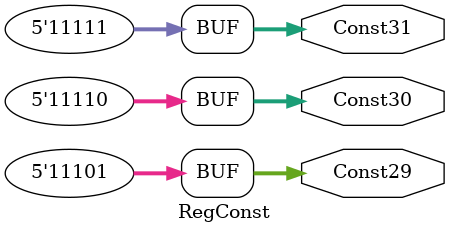
<source format=v>
module RegConst(
		output reg [4:0] Const29,
		output reg [4:0] Const30,
		output reg [4:0] Const31
	);
	always @(*) begin
		Const29 = 5'd29;
		Const30 = 5'd30;
		Const31 = 5'd31;
	end
endmodule

</source>
